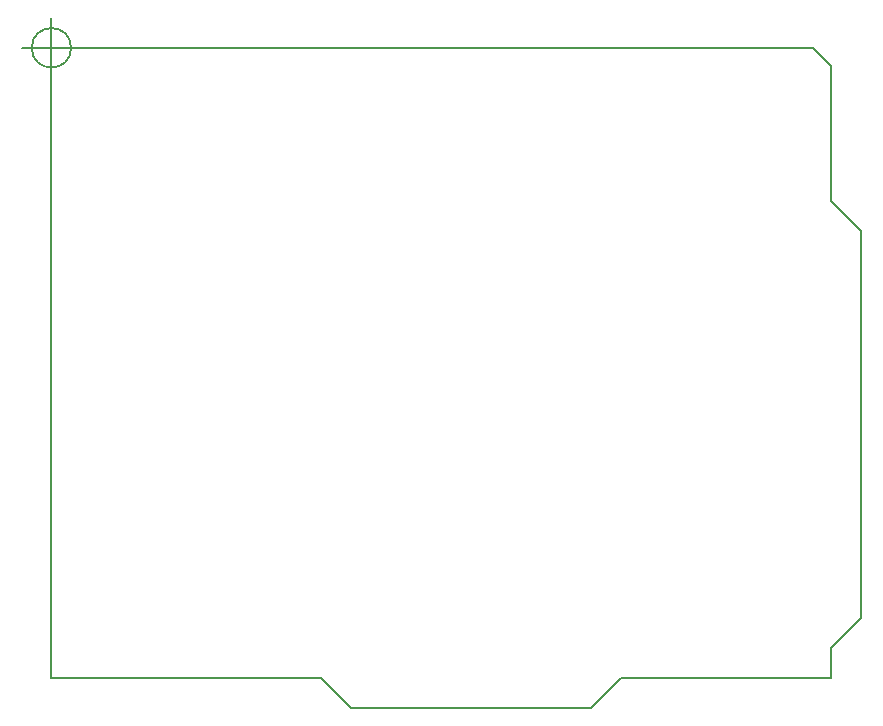
<source format=gbr>
G04 #@! TF.GenerationSoftware,KiCad,Pcbnew,(5.1.5-0-10_14)*
G04 #@! TF.CreationDate,2020-11-13T22:28:22-08:00*
G04 #@! TF.ProjectId,UNO_SF_ISP_Shield,554e4f5f-5346-45f4-9953-505f53686965,rev?*
G04 #@! TF.SameCoordinates,PX69db1f0PY45a45e8*
G04 #@! TF.FileFunction,Profile,NP*
%FSLAX46Y46*%
G04 Gerber Fmt 4.6, Leading zero omitted, Abs format (unit mm)*
G04 Created by KiCad (PCBNEW (5.1.5-0-10_14)) date 2020-11-13 22:28:22*
%MOMM*%
%LPD*%
G04 APERTURE LIST*
%ADD10C,0.150000*%
G04 APERTURE END LIST*
D10*
X1666666Y0D02*
G75*
G03X1666666Y0I-1666666J0D01*
G01*
X-2500000Y0D02*
X2500000Y0D01*
X0Y2500000D02*
X0Y-2500000D01*
X48260000Y-53340000D02*
X66040000Y-53340000D01*
X45720000Y-55880000D02*
X48260000Y-53340000D01*
X25400000Y-55880000D02*
X45720000Y-55880000D01*
X22860000Y-53340000D02*
X25400000Y-55880000D01*
X0Y-53340000D02*
X22860000Y-53340000D01*
X66040000Y-1524000D02*
X64516000Y0D01*
X66040000Y-12954000D02*
X66040000Y-1524000D01*
X68580000Y-15494000D02*
X66040000Y-12954000D01*
X68580000Y-48260000D02*
X68580000Y-15494000D01*
X66040000Y-50800000D02*
X68580000Y-48260000D01*
X66040000Y-53340000D02*
X66040000Y-50800000D01*
X0Y0D02*
X0Y-53340000D01*
X64516000Y0D02*
X0Y0D01*
M02*

</source>
